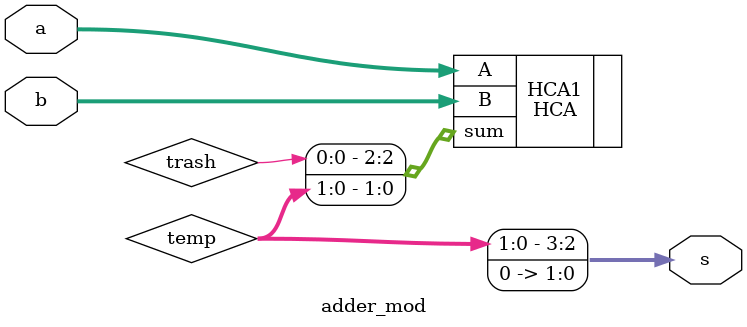
<source format=sv>

module adder_mod #(parameter width = 2)(
    input logic [width-1:0] a,b,
    output logic [width+1:0] s
    );
    
    //assign s = {a + b, 2'b00};
    logic [width-1:0] temp;
    logic trash;
    HCA #(.width(width)) HCA1(.A(a), .B(b), .sum({trash, temp}));
    
    assign s = {temp, 2'b00};
endmodule

</source>
